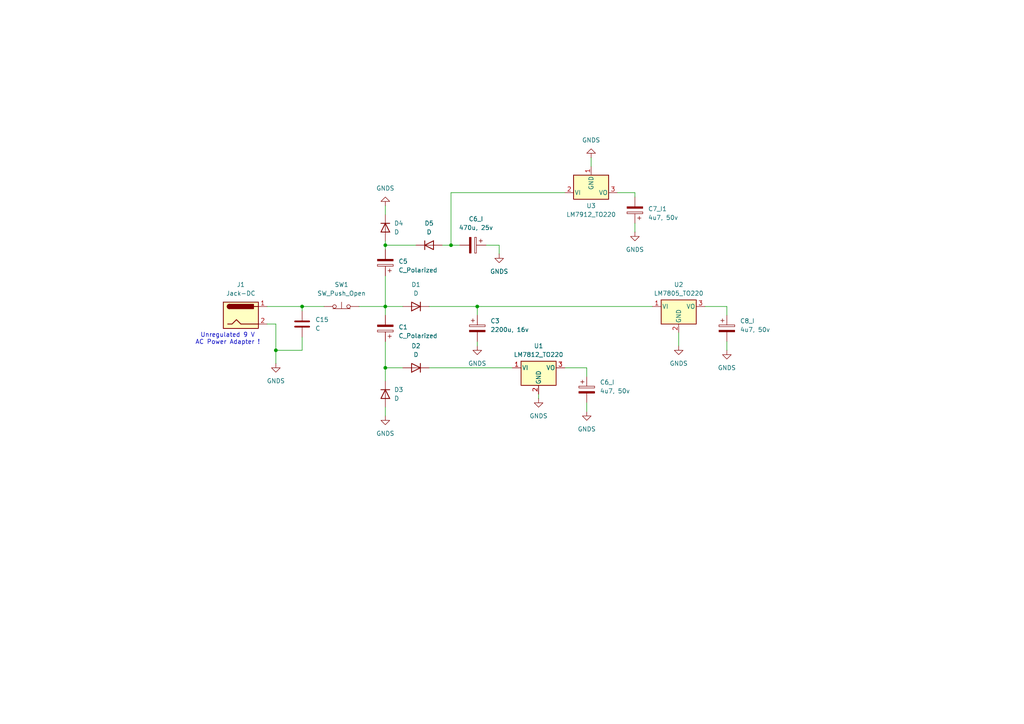
<source format=kicad_sch>
(kicad_sch (version 20231120) (generator "eeschema") (generator_version "8.0")
  (paper "A4")
  (title_block (title "Alesis HR-16 RevEng") (date "2024-03-31") (rev "0.1") (company "dontdrinkandderive"))
  (lib_symbols
    (symbol "Connector:Jack-DC" (pin_names (offset 1.016))
      (property "Reference" "J" (at 0 5.334 0))
      (property "Value" "Jack-DC" (at 0 -5.08 0))
      (symbol "Jack-DC_0_1"
        (rectangle (start -5.08 3.81) (end 5.08 -3.81) (stroke (width 0.254)) (fill (type background)))
        (arc (start -3.302 3.175) (mid -3.9343 2.54) (end -3.302 1.905) (stroke (width 0.254)))
        (arc (start -3.302 3.175) (mid -3.9343 2.54) (end -3.302 1.905) (stroke (width 0.254)) (fill (type outline)))
        (polyline (pts (xy 5.08 2.54) (xy 3.81 2.54)) (stroke (width 0.254)))
        (polyline (pts (xy -3.81 -2.54) (xy -2.54 -2.54) (xy -1.27 -1.27) (xy 0 -2.54) (xy 2.54 -2.54) (xy 5.08 -2.54)) (stroke (width 0.254)))
        (rectangle (start 3.683 3.175) (end -3.302 1.905) (stroke (width 0.254)) (fill (type outline)))
      )
      (symbol "Jack-DC_1_1"
        (pin passive line (at 7.62 2.54 180) (length 2.54) (name "~") (number "1"))
        (pin passive line (at 7.62 -2.54 180) (length 2.54) (name "~") (number "2"))
      )
    )
    (symbol "Device:C" (pin_numbers hide) (pin_names (offset 0.254))
      (property "Reference" "C" (at 0.635 2.54 0))
      (property "Value" "C" (at 0.635 -2.54 0))
      (symbol "C_0_1"
        (polyline (pts (xy -2.032 -0.762) (xy 2.032 -0.762)) (stroke (width 0.508)))
        (polyline (pts (xy -2.032 0.762) (xy 2.032 0.762)) (stroke (width 0.508)))
      )
      (symbol "C_1_1"
        (pin passive line (at 0 3.81 270) (length 2.794) (name "~") (number "1"))
        (pin passive line (at 0 -3.81 90) (length 2.794) (name "~") (number "2"))
      )
    )
    (symbol "Device:C_Polarized" (pin_numbers hide) (pin_names (offset 0.254))
      (property "Reference" "C" (at 0.635 2.54 0))
      (property "Value" "C_Polarized" (at 0.635 -2.54 0))
      (symbol "C_Polarized_0_1"
        (rectangle (start -2.286 0.508) (end 2.286 1.016))
        (polyline (pts (xy -1.778 2.286) (xy -0.762 2.286)))
        (polyline (pts (xy -1.27 2.794) (xy -1.27 1.778)))
        (rectangle (start 2.286 -0.508) (end -2.286 -1.016) (fill (type outline)))
      )
      (symbol "C_Polarized_1_1"
        (pin passive line (at 0 3.81 270) (length 2.794) (name "~") (number "1"))
        (pin passive line (at 0 -3.81 90) (length 2.794) (name "~") (number "2"))
      )
    )
    (symbol "Device:D" (pin_numbers hide) (pin_names (offset 1.016) hide)
      (property "Reference" "D" (at 0 2.54 0))
      (property "Value" "D" (at 0 -2.54 0))
      (symbol "D_0_1"
        (polyline (pts (xy -1.27 1.27) (xy -1.27 -1.27)) (stroke (width 0.254)))
        (polyline (pts (xy 1.27 0) (xy -1.27 0)))
        (polyline (pts (xy 1.27 1.27) (xy 1.27 -1.27) (xy -1.27 0) (xy 1.27 1.27)) (stroke (width 0.254)))
      )
      (symbol "D_1_1"
        (pin passive line (at -3.81 0 0) (length 2.54) (name "K") (number "1"))
        (pin passive line (at 3.81 0 180) (length 2.54) (name "A") (number "2"))
      )
    )
    (symbol "Regulator_Linear:LM7805_TO220" (pin_names (offset 0.254))
      (property "Reference" "U" (at -3.81 3.175 0))
      (property "Value" "LM7805_TO220" (at 0 3.175 0))
      (symbol "LM7805_TO220_0_1"
        (rectangle (start -5.08 1.905) (end 5.08 -5.08) (stroke (width 0.254)) (fill (type background)))
      )
      (symbol "LM7805_TO220_1_1"
        (pin power_in line (at -7.62 0 0) (length 2.54) (name "VI") (number "1"))
        (pin power_in line (at 0 -7.62 90) (length 2.54) (name "GND") (number "2"))
        (pin power_out line (at 7.62 0 180) (length 2.54) (name "VO") (number "3"))
      )
    )
    (symbol "Regulator_Linear:LM7812_TO220" (pin_names (offset 0.254))
      (property "Reference" "U" (at -3.81 3.175 0))
      (property "Value" "LM7812_TO220" (at 0 3.175 0))
      (symbol "LM7812_TO220_0_1"
        (rectangle (start -5.08 1.905) (end 5.08 -5.08) (stroke (width 0.254)) (fill (type background)))
      )
      (symbol "LM7812_TO220_1_1"
        (pin power_in line (at -7.62 0 0) (length 2.54) (name "VI") (number "1"))
        (pin power_in line (at 0 -7.62 90) (length 2.54) (name "GND") (number "2"))
        (pin power_out line (at 7.62 0 180) (length 2.54) (name "VO") (number "3"))
      )
    )
    (symbol "Regulator_Linear:LM7912_TO220" (pin_names (offset 0.254))
      (property "Reference" "U" (at -3.81 -3.175 0))
      (property "Value" "LM7912_TO220" (at 0 -3.175 0))
      (symbol "LM7912_TO220_0_1"
        (rectangle (start -5.08 5.08) (end 5.08 -1.905) (stroke (width 0.254)) (fill (type background)))
      )
      (symbol "LM7912_TO220_1_1"
        (pin power_in line (at 0 7.62 270) (length 2.54) (name "GND") (number "1"))
        (pin power_in line (at -7.62 0 0) (length 2.54) (name "VI") (number "2"))
        (pin power_out line (at 7.62 0 180) (length 2.54) (name "VO") (number "3"))
      )
    )
    (symbol "Switch:SW_Push_Open" (pin_numbers hide) (pin_names (offset 1.016) hide)
      (property "Reference" "SW" (at 0 2.54 0))
      (property "Value" "SW_Push_Open" (at 0 -1.905 0))
      (symbol "SW_Push_Open_0_1"
        (circle (center -2.032 0) (radius 0.508))
        (polyline (pts (xy -2.54 -0.635) (xy 2.54 -0.635)))
        (polyline (pts (xy 0 -0.635) (xy 0 1.27)))
        (circle (center 2.032 0) (radius 0.508))
        (pin passive line (at -5.08 0 0) (length 2.54) (name "A") (number "1"))
      )
      (symbol "SW_Push_Open_1_1"
        (pin passive line (at 5.08 0 180) (length 2.54) (name "B") (number "2"))
      )
    )
    (symbol "power:GNDS" (power) (pin_numbers hide) (pin_names (offset 0) hide)
      (property "Value" "GNDS" (at 0 -3.81 0))
      (symbol "GNDS_0_1"
        (polyline (pts (xy 0 0) (xy 0 -1.27) (xy 1.27 -1.27) (xy 0 -2.54) (xy -1.27 -1.27) (xy 0 -1.27)))
      )
      (symbol "GNDS_1_1"
        (pin power_in line (at 0 0 270) (length 0) (name "~") (number "1"))
      )
    )
  )
  (junction (at 130.81 71.12))
  (junction (at 111.76 71.12))
  (junction (at 80.01 101.6))
  (junction (at 111.76 88.9))
  (junction (at 87.63 88.9))
  (junction (at 138.43 88.9))
  (junction (at 111.76 106.68))
  (no_connect (at 160.02 -1.27))
  (wire (pts (xy 104.14 88.9) (xy 111.76 88.9)))
  (wire (pts (xy 179.07 55.88) (xy 184.15 55.88)))
  (wire (pts (xy 196.85 96.52) (xy 196.85 100.33)))
  (wire (pts (xy 124.46 106.68) (xy 148.59 106.68)))
  (wire (pts (xy 111.76 99.06) (xy 111.76 106.68)))
  (wire (pts (xy 111.76 106.68) (xy 111.76 110.49)))
  (wire (pts (xy 138.43 99.06) (xy 138.43 100.33)))
  (wire (pts (xy 80.01 93.98) (xy 80.01 101.6)))
  (wire (pts (xy 111.76 80.01) (xy 111.76 88.9)))
  (wire (pts (xy 204.47 88.9) (xy 210.82 88.9)))
  (wire (pts (xy 144.78 71.12) (xy 144.78 73.66)))
  (wire (pts (xy 77.47 93.98) (xy 80.01 93.98)))
  (wire (pts (xy 171.45 45.72) (xy 171.45 48.26)))
  (wire (pts (xy 111.76 88.9) (xy 116.84 88.9)))
  (wire (pts (xy 156.21 114.3) (xy 156.21 115.57)))
  (wire (pts (xy 111.76 106.68) (xy 116.84 106.68)))
  (wire (pts (xy 111.76 88.9) (xy 111.76 91.44)))
  (wire (pts (xy 138.43 88.9) (xy 189.23 88.9)))
  (wire (pts (xy 210.82 88.9) (xy 210.82 91.44)))
  (wire (pts (xy 170.18 116.84) (xy 170.18 119.38)))
  (wire (pts (xy 138.43 88.9) (xy 138.43 91.44)))
  (wire (pts (xy 130.81 71.12) (xy 133.35 71.12)))
  (wire (pts (xy 87.63 88.9) (xy 87.63 90.17)))
  (wire (pts (xy 130.81 55.88) (xy 163.83 55.88)))
  (wire (pts (xy 111.76 71.12) (xy 111.76 72.39)))
  (wire (pts (xy 124.46 88.9) (xy 138.43 88.9)))
  (wire (pts (xy 184.15 64.77) (xy 184.15 67.31)))
  (wire (pts (xy 87.63 88.9) (xy 93.98 88.9)))
  (wire (pts (xy 111.76 71.12) (xy 120.65 71.12)))
  (wire (pts (xy 170.18 106.68) (xy 170.18 109.22)))
  (wire (pts (xy 184.15 55.88) (xy 184.15 57.15)))
  (wire (pts (xy 128.27 71.12) (xy 130.81 71.12)))
  (wire (pts (xy 130.81 71.12) (xy 130.81 55.88)))
  (wire (pts (xy 111.76 69.85) (xy 111.76 71.12)))
  (wire (pts (xy 87.63 97.79) (xy 87.63 101.6)))
  (wire (pts (xy 140.97 71.12) (xy 144.78 71.12)))
  (wire (pts (xy 163.83 106.68) (xy 170.18 106.68)))
  (wire (pts (xy 77.47 88.9) (xy 87.63 88.9)))
  (wire (pts (xy 210.82 99.06) (xy 210.82 101.6)))
  (wire (pts (xy 111.76 59.69) (xy 111.76 62.23)))
  (wire (pts (xy 111.76 118.11) (xy 111.76 120.65)))
  (wire (pts (xy 80.01 101.6) (xy 80.01 105.41)))
  (wire (pts (xy 80.01 101.6) (xy 87.63 101.6)))
  (text "Unregulated 9 V\nAC Power Adapter !" (at 66.04 98.298 0) (effects (font (size 1.27 1.27))))
  (symbol (lib_id "Device:D") (at 111.76 66.04 270) (unit 1)
    (property "Reference" "D4" (at 114.3 64.7699 90) (effects (justify left)))
    (property "Value" "D" (at 114.3 67.3099 90) (effects (justify left)))
    (property "Description" "Diode" (effects (hide yes)))
    (property "Sim.Device" "D" (effects (hide yes)))
    (property "Sim.Pins" "1=K 2=A" (effects (hide yes)))
  )
  (symbol (lib_id "Regulator_Linear:LM7805_TO220") (at 196.85 88.9 0) (unit 1)
    (property "Reference" "U2" (at 196.85 82.55 0))
    (property "Value" "LM7805_TO220" (at 196.85 85.09 0))
    (property "Footprint" "Package_TO_SOT_THT:TO-220-3_Vertical" (effects (hide yes)))
    (property "Datasheet" "https://www.onsemi.cn/PowerSolutions/document/MC7800-D.PDF" (effects (hide yes)))
    (property "Description" "Positive 1A 35V Linear Regulator, Fixed Output 5V, TO-220" (effects (hide yes)))
  )
  (symbol (lib_id "power:GNDS") (at 138.43 100.33 0) (unit 1)
    (property "Reference" "#PWR05" (effects (hide yes)))
    (property "Value" "GNDS" (at 138.43 105.41 0))
    (property "Description" "Power symbol creates a global label with name \"GNDS\" , signal ground" (effects (hide yes)))
  )
  (symbol (lib_id "power:GNDS") (at 80.01 105.41 0) (unit 1)
    (property "Reference" "#PWR01" (effects (hide yes)))
    (property "Value" "GNDS" (at 80.01 110.49 0))
    (property "Description" "Power symbol creates a global label with name \"GNDS\" , signal ground" (effects (hide yes)))
  )
  (symbol (lib_id "power:GNDS") (at 196.85 100.33 0) (unit 1)
    (property "Reference" "#PWR06" (effects (hide yes)))
    (property "Value" "GNDS" (at 196.85 105.41 0))
    (property "Description" "Power symbol creates a global label with name \"GNDS\" , signal ground" (effects (hide yes)))
  )
  (symbol (lib_id "power:GNDS") (at 171.45 45.72 180) (unit 1)
    (property "Reference" "#PWR010" (effects (hide yes)))
    (property "Value" "GNDS" (at 171.45 40.64 0))
    (property "Description" "Power symbol creates a global label with name \"GNDS\" , signal ground" (effects (hide yes)))
  )
  (symbol (lib_id "power:GNDS") (at 144.78 73.66 0) (unit 1)
    (property "Reference" "#PWR09" (effects (hide yes)))
    (property "Value" "GNDS" (at 144.78 78.74 0))
    (property "Description" "Power symbol creates a global label with name \"GNDS\" , signal ground" (effects (hide yes)))
  )
  (symbol (lib_id "Device:C_Polarized") (at 210.82 95.25 0) (unit 1)
    (property "Reference" "C8_I" (at 214.63 93.0909 0) (effects (justify left)))
    (property "Value" "4u7, 50v" (at 214.63 95.6309 0) (effects (justify left)))
    (property "Description" "Polarized capacitor" (effects (hide yes)))
  )
  (symbol (lib_id "Device:C_Polarized") (at 111.76 95.25 180) (unit 1)
    (property "Reference" "C1" (at 115.57 94.8689 0) (effects (justify right)))
    (property "Value" "C_Polarized" (at 115.57 97.4089 0) (effects (justify right)))
    (property "Description" "Polarized capacitor" (effects (hide yes)))
  )
  (symbol (lib_id "power:GNDS") (at 111.76 59.69 180) (unit 1)
    (property "Reference" "#PWR08" (effects (hide yes)))
    (property "Value" "GNDS" (at 111.76 54.61 0))
    (property "Description" "Power symbol creates a global label with name \"GNDS\" , signal ground" (effects (hide yes)))
  )
  (symbol (lib_id "power:GNDS") (at 156.21 115.57 0) (unit 1)
    (property "Reference" "#PWR03" (effects (hide yes)))
    (property "Value" "GNDS" (at 156.21 120.65 0))
    (property "Description" "Power symbol creates a global label with name \"GNDS\" , signal ground" (effects (hide yes)))
  )
  (symbol (lib_id "power:GNDS") (at 184.15 67.31 0) (unit 1)
    (property "Reference" "#PWR017" (effects (hide yes)))
    (property "Value" "GNDS" (at 184.15 72.39 0))
    (property "Description" "Power symbol creates a global label with name \"GNDS\" , signal ground" (effects (hide yes)))
  )
  (symbol (lib_id "Device:D") (at 111.76 114.3 270) (unit 1)
    (property "Reference" "D3" (at 114.3 113.0299 90) (effects (justify left)))
    (property "Value" "D" (at 114.3 115.5699 90) (effects (justify left)))
    (property "Description" "Diode" (effects (hide yes)))
    (property "Sim.Device" "D" (effects (hide yes)))
    (property "Sim.Pins" "1=K 2=A" (effects (hide yes)))
  )
  (symbol (lib_id "power:GNDS") (at 170.18 119.38 0) (unit 1)
    (property "Reference" "#PWR04" (effects (hide yes)))
    (property "Value" "GNDS" (at 170.18 124.46 0))
    (property "Description" "Power symbol creates a global label with name \"GNDS\" , signal ground" (effects (hide yes)))
  )
  (symbol (lib_id "power:GNDS") (at 210.82 101.6 0) (unit 1)
    (property "Reference" "#PWR07" (effects (hide yes)))
    (property "Value" "GNDS" (at 210.82 106.68 0))
    (property "Description" "Power symbol creates a global label with name \"GNDS\" , signal ground" (effects (hide yes)))
  )
  (symbol (lib_id "Device:C") (at 87.63 93.98 0) (unit 1)
    (property "Reference" "C15" (at 91.44 92.7099 0) (effects (justify left)))
    (property "Value" "C" (at 91.44 95.2499 0) (effects (justify left)))
    (property "Description" "Unpolarized capacitor" (effects (hide yes)))
  )
  (symbol (lib_id "Device:C_Polarized") (at 170.18 113.03 0) (unit 1)
    (property "Reference" "C6_I" (at 173.99 110.8709 0) (effects (justify left)))
    (property "Value" "4u7, 50v" (at 173.99 113.4109 0) (effects (justify left)))
    (property "Description" "Polarized capacitor" (effects (hide yes)))
  )
  (symbol (lib_id "Device:C_Polarized") (at 137.16 71.12 270) (unit 1)
    (property "Reference" "C6_I" (at 138.049 63.5 90))
    (property "Value" "470u, 25v" (at 138.049 66.04 90))
    (property "Description" "Polarized capacitor" (effects (hide yes)))
  )
  (symbol (lib_id "power:GNDS") (at 111.76 120.65 0) (unit 1)
    (property "Reference" "#PWR02" (effects (hide yes)))
    (property "Value" "GNDS" (at 111.76 125.73 0))
    (property "Description" "Power symbol creates a global label with name \"GNDS\" , signal ground" (effects (hide yes)))
  )
  (symbol (lib_id "Device:C_Polarized") (at 111.76 76.2 180) (unit 1)
    (property "Reference" "C5" (at 115.57 75.8189 0) (effects (justify right)))
    (property "Value" "C_Polarized" (at 115.57 78.3589 0) (effects (justify right)))
    (property "Description" "Polarized capacitor" (effects (hide yes)))
  )
  (symbol (lib_id "Device:C_Polarized") (at 184.15 60.96 180) (unit 1)
    (property "Reference" "C7_I1" (at 187.96 60.5789 0) (effects (justify right)))
    (property "Value" "4u7, 50v" (at 187.96 63.1189 0) (effects (justify right)))
    (property "Description" "Polarized capacitor" (effects (hide yes)))
  )
  (symbol (lib_id "Switch:SW_Push_Open") (at 99.06 88.9 0) (unit 1)
    (property "Reference" "SW1" (at 99.06 82.55 0))
    (property "Value" "SW_Push_Open" (at 99.06 85.09 0))
    (property "Description" "Push button switch, push-to-open, generic, two pins" (effects (hide yes)))
  )
  (symbol (lib_id "Regulator_Linear:LM7912_TO220") (at 171.45 55.88 0) (unit 1)
    (property "Reference" "U3" (at 171.45 59.69 0))
    (property "Value" "LM7912_TO220" (at 171.45 62.23 0))
    (property "Footprint" "Package_TO_SOT_THT:TO-220-3_Vertical" (effects (hide yes)))
    (property "Datasheet" "hhttps://www.onsemi.com/pub/Collateral/MC7900-D.PDF" (effects (hide yes)))
    (property "Description" "Negative 1A 35V Linear Regulator, Fixed Output 12V, TO-220" (effects (hide yes)))
  )
  (symbol (lib_id "Connector:Jack-DC") (at 69.85 91.44 0) (unit 1)
    (property "Reference" "J1" (at 69.85 82.55 0))
    (property "Value" "Jack-DC" (at 69.85 85.09 0))
    (property "Description" "DC Barrel Jack" (effects (hide yes)))
  )
  (symbol (lib_id "Regulator_Linear:LM7812_TO220") (at 156.21 106.68 0) (unit 1)
    (property "Reference" "U1" (at 156.21 100.33 0))
    (property "Value" "LM7812_TO220" (at 156.21 102.87 0))
    (property "Footprint" "Package_TO_SOT_THT:TO-220-3_Vertical" (effects (hide yes)))
    (property "Datasheet" "https://www.onsemi.cn/PowerSolutions/document/MC7800-D.PDF" (effects (hide yes)))
    (property "Description" "Positive 1A 35V Linear Regulator, Fixed Output 12V, TO-220" (effects (hide yes)))
  )
  (symbol (lib_id "Device:D") (at 120.65 106.68 180) (unit 1)
    (property "Reference" "D2" (at 120.65 100.33 0))
    (property "Value" "D" (at 120.65 102.87 0))
    (property "Description" "Diode" (effects (hide yes)))
    (property "Sim.Device" "D" (effects (hide yes)))
    (property "Sim.Pins" "1=K 2=A" (effects (hide yes)))
  )
  (symbol (lib_id "Device:D") (at 124.46 71.12 0) (unit 1)
    (property "Reference" "D5" (at 124.46 64.77 0))
    (property "Value" "D" (at 124.46 67.31 0))
    (property "Description" "Diode" (effects (hide yes)))
    (property "Sim.Device" "D" (effects (hide yes)))
    (property "Sim.Pins" "1=K 2=A" (effects (hide yes)))
  )
  (symbol (lib_id "Device:D") (at 120.65 88.9 180) (unit 1)
    (property "Reference" "D1" (at 120.65 82.55 0))
    (property "Value" "D" (at 120.65 85.09 0))
    (property "Description" "Diode" (effects (hide yes)))
    (property "Sim.Device" "D" (effects (hide yes)))
    (property "Sim.Pins" "1=K 2=A" (effects (hide yes)))
  )
  (symbol (lib_id "Device:C_Polarized") (at 138.43 95.25 0) (unit 1)
    (property "Reference" "C3" (at 142.24 93.0909 0) (effects (justify left)))
    (property "Value" "2200u, 16v" (at 142.24 95.6309 0) (effects (justify left)))
    (property "Description" "Polarized capacitor" (effects (hide yes)))
  )
)
</source>
